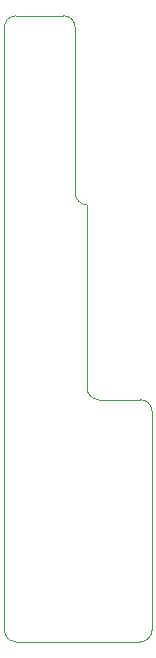
<source format=gko>
G04*
G04 #@! TF.GenerationSoftware,Altium Limited,Altium Designer,20.2.7 (254)*
G04*
G04 Layer_Color=16711935*
%FSLAX44Y44*%
%MOMM*%
G71*
G04*
G04 #@! TF.SameCoordinates,A9EDBE35-11DE-427E-9D3E-92A449E16AAC*
G04*
G04*
G04 #@! TF.FilePolarity,Positive*
G04*
G01*
G75*
%ADD13C,0.1000*%
D13*
X60000Y380000D02*
G03*
X70000Y370000I10000J0D01*
G01*
X60000Y520000D02*
G03*
X50000Y530000I-10000J0D01*
G01*
X70000Y215000D02*
G03*
X80000Y205000I10000J0D01*
G01*
X125000Y195000D02*
G03*
X115000Y205000I-10000J0D01*
G01*
X115000Y0D02*
G03*
X125000Y10000I0J10000D01*
G01*
X0Y10000D02*
G03*
X10000Y-0I10000J0D01*
G01*
X10000Y530000D02*
G03*
X-0Y520000I0J-10000D01*
G01*
X60000Y380000D02*
Y520000D01*
X10000Y530000D02*
X50000D01*
X70000Y215000D02*
Y370000D01*
X80000Y205000D02*
X115000D01*
X125000Y78000D02*
Y195000D01*
X64000Y0D02*
X115000D01*
X125000Y10000D02*
Y78000D01*
X0Y10000D02*
Y520000D01*
X10000Y0D02*
X64000D01*
M02*

</source>
